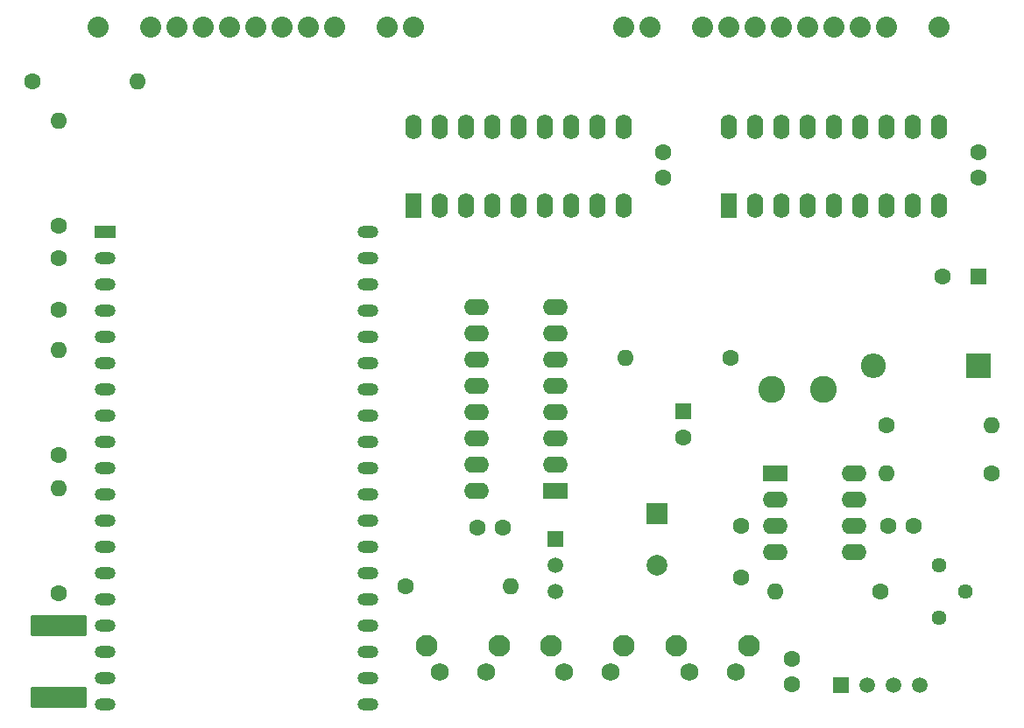
<source format=gbr>
%TF.GenerationSoftware,KiCad,Pcbnew,7.0.2*%
%TF.CreationDate,2023-09-30T04:37:45+09:00*%
%TF.ProjectId,VFD_NTP_CLOCK_V2.0,5646445f-4e54-4505-9f43-4c4f434b5f56,rev?*%
%TF.SameCoordinates,PX5e78920PY6f7ffe8*%
%TF.FileFunction,Soldermask,Top*%
%TF.FilePolarity,Negative*%
%FSLAX46Y46*%
G04 Gerber Fmt 4.6, Leading zero omitted, Abs format (unit mm)*
G04 Created by KiCad (PCBNEW 7.0.2) date 2023-09-30 04:37:45*
%MOMM*%
%LPD*%
G01*
G04 APERTURE LIST*
G04 Aperture macros list*
%AMRoundRect*
0 Rectangle with rounded corners*
0 $1 Rounding radius*
0 $2 $3 $4 $5 $6 $7 $8 $9 X,Y pos of 4 corners*
0 Add a 4 corners polygon primitive as box body*
4,1,4,$2,$3,$4,$5,$6,$7,$8,$9,$2,$3,0*
0 Add four circle primitives for the rounded corners*
1,1,$1+$1,$2,$3*
1,1,$1+$1,$4,$5*
1,1,$1+$1,$6,$7*
1,1,$1+$1,$8,$9*
0 Add four rect primitives between the rounded corners*
20,1,$1+$1,$2,$3,$4,$5,0*
20,1,$1+$1,$4,$5,$6,$7,0*
20,1,$1+$1,$6,$7,$8,$9,0*
20,1,$1+$1,$8,$9,$2,$3,0*%
G04 Aperture macros list end*
%ADD10C,1.600000*%
%ADD11O,1.600000X1.600000*%
%ADD12C,1.440000*%
%ADD13R,1.600000X1.600000*%
%ADD14C,2.032000*%
%ADD15R,1.600000X2.400000*%
%ADD16O,1.600000X2.400000*%
%ADD17C,2.600000*%
%ADD18C,2.100000*%
%ADD19C,1.750000*%
%ADD20R,2.400000X1.600000*%
%ADD21O,2.400000X1.600000*%
%ADD22R,1.500000X1.500000*%
%ADD23C,1.500000*%
%ADD24R,2.400000X2.400000*%
%ADD25O,2.400000X2.400000*%
%ADD26R,2.000000X1.200000*%
%ADD27O,2.000000X1.200000*%
%ADD28RoundRect,0.250001X-2.474999X0.799999X-2.474999X-0.799999X2.474999X-0.799999X2.474999X0.799999X0*%
%ADD29R,2.000000X2.000000*%
%ADD30C,2.000000*%
G04 APERTURE END LIST*
D10*
%TO.C,R9*%
X69977000Y35509200D03*
D11*
X59817000Y35509200D03*
%TD*%
D10*
%TO.C,R2*%
X38608000Y13411200D03*
D11*
X48768000Y13411200D03*
%TD*%
D10*
%TO.C,C8*%
X93980000Y52948200D03*
X93980000Y55448200D03*
%TD*%
D12*
%TO.C,RV1*%
X90170000Y10363200D03*
X92710000Y12903200D03*
X90170000Y15443200D03*
%TD*%
D13*
%TO.C,C9*%
X93980000Y43383200D03*
D10*
X90480000Y43383200D03*
%TD*%
D14*
%TO.C,U5*%
X90170000Y67486200D03*
X85090000Y67486200D03*
X82550000Y67486200D03*
X80010000Y67486200D03*
X77470000Y67486200D03*
X74930000Y67486200D03*
X72390000Y67486200D03*
X69850000Y67486200D03*
X67310000Y67486200D03*
X62230000Y67486200D03*
X59690000Y67486200D03*
X39370000Y67486200D03*
X36830000Y67486200D03*
X31750000Y67486200D03*
X29210000Y67486200D03*
X26670000Y67486200D03*
X24130000Y67486200D03*
X21590000Y67486200D03*
X19050000Y67486200D03*
X16510000Y67486200D03*
X13970000Y67486200D03*
X8890000Y67486200D03*
%TD*%
D15*
%TO.C,U4*%
X39370000Y50241200D03*
D16*
X41910000Y50241200D03*
X44450000Y50241200D03*
X46990000Y50241200D03*
X49530000Y50241200D03*
X52070000Y50241200D03*
X54610000Y50241200D03*
X57150000Y50241200D03*
X59690000Y50241200D03*
X59690000Y57861200D03*
X57150000Y57861200D03*
X54610000Y57861200D03*
X52070000Y57861200D03*
X49530000Y57861200D03*
X46990000Y57861200D03*
X44450000Y57861200D03*
X41910000Y57861200D03*
X39370000Y57861200D03*
%TD*%
D10*
%TO.C,R4*%
X84455000Y12903200D03*
D11*
X74295000Y12903200D03*
%TD*%
D10*
%TO.C,C7*%
X63500000Y52948200D03*
X63500000Y55448200D03*
%TD*%
%TO.C,R5*%
X2540000Y62306200D03*
D11*
X12700000Y62306200D03*
%TD*%
D17*
%TO.C,L1*%
X73994000Y32461200D03*
X78994000Y32461200D03*
%TD*%
D15*
%TO.C,U6*%
X69850000Y50241200D03*
D16*
X72390000Y50241200D03*
X74930000Y50241200D03*
X77470000Y50241200D03*
X80010000Y50241200D03*
X82550000Y50241200D03*
X85090000Y50241200D03*
X87630000Y50241200D03*
X90170000Y50241200D03*
X90170000Y57861200D03*
X87630000Y57861200D03*
X85090000Y57861200D03*
X82550000Y57861200D03*
X80010000Y57861200D03*
X77470000Y57861200D03*
X74930000Y57861200D03*
X72390000Y57861200D03*
X69850000Y57861200D03*
%TD*%
D18*
%TO.C,SW3*%
X71735000Y7646200D03*
X64725000Y7646200D03*
D19*
X70485000Y5156200D03*
X65985000Y5156200D03*
%TD*%
D18*
%TO.C,SW1*%
X47605000Y7646200D03*
X40595000Y7646200D03*
D19*
X46355000Y5156200D03*
X41855000Y5156200D03*
%TD*%
D10*
%TO.C,R7*%
X5080000Y26111200D03*
D11*
X5080000Y36271200D03*
%TD*%
D13*
%TO.C,C1*%
X65405000Y30341579D03*
D10*
X65405000Y27841579D03*
%TD*%
%TO.C,C5*%
X75946000Y3906200D03*
X75946000Y6406200D03*
%TD*%
D20*
%TO.C,U1*%
X74295000Y24333200D03*
D21*
X74295000Y21793200D03*
X74295000Y19253200D03*
X74295000Y16713200D03*
X81915000Y16713200D03*
X81915000Y19253200D03*
X81915000Y21793200D03*
X81915000Y24333200D03*
%TD*%
D10*
%TO.C,C4*%
X85217000Y19253200D03*
X87717000Y19253200D03*
%TD*%
D20*
%TO.C,U3*%
X53086000Y22682200D03*
D21*
X53086000Y25222200D03*
X53086000Y27762200D03*
X53086000Y30302200D03*
X53086000Y32842200D03*
X53086000Y35382200D03*
X53086000Y37922200D03*
X53086000Y40462200D03*
X45466000Y40462200D03*
X45466000Y37922200D03*
X45466000Y35382200D03*
X45466000Y32842200D03*
X45466000Y30302200D03*
X45466000Y27762200D03*
X45466000Y25222200D03*
X45466000Y22682200D03*
%TD*%
D10*
%TO.C,R6*%
X5080000Y48336200D03*
D11*
X5080000Y58496200D03*
%TD*%
D22*
%TO.C,Q1*%
X53086000Y17983200D03*
D23*
X53086000Y15443200D03*
X53086000Y12903200D03*
%TD*%
D10*
%TO.C,C6*%
X70993000Y19253200D03*
X70993000Y14253200D03*
%TD*%
D24*
%TO.C,D1*%
X93980000Y34747200D03*
D25*
X83820000Y34747200D03*
%TD*%
D26*
%TO.C,U2*%
X9525000Y47701200D03*
D27*
X9525000Y45161200D03*
X9525000Y42621200D03*
X9525000Y40081200D03*
X9525000Y37541200D03*
X9525000Y35001200D03*
X9525000Y32461200D03*
X9525000Y29921200D03*
X9525000Y27381200D03*
X9525000Y24841200D03*
X9525000Y22301200D03*
X9525000Y19761200D03*
X9525000Y17221200D03*
X9525000Y14681200D03*
X9525000Y12141200D03*
X9525000Y9601200D03*
X9525000Y7061200D03*
X9525000Y4521200D03*
X9525000Y1981200D03*
X34921320Y1983920D03*
X34921320Y4523920D03*
X34925000Y7061200D03*
X34925000Y9601200D03*
X34925000Y12141200D03*
X34925000Y14681200D03*
X34925000Y17221200D03*
X34925000Y19761200D03*
X34925000Y22301200D03*
X34925000Y24841200D03*
X34925000Y27381200D03*
X34925000Y29921200D03*
X34925000Y32461200D03*
X34925000Y35001200D03*
X34925000Y37541200D03*
X34925000Y40081200D03*
X34925000Y42621200D03*
X34925000Y45161200D03*
X34925000Y47701200D03*
%TD*%
D22*
%TO.C,U7*%
X80645000Y3886200D03*
D23*
X83185000Y3886200D03*
X85725000Y3886200D03*
X88265000Y3886200D03*
%TD*%
D28*
%TO.C,F1*%
X5080000Y9601200D03*
X5080000Y2651200D03*
%TD*%
D10*
%TO.C,C3*%
X5080000Y45161200D03*
X5080000Y40161200D03*
%TD*%
D29*
%TO.C,LS1*%
X62865000Y20443200D03*
D30*
X62865000Y15443200D03*
%TD*%
D10*
%TO.C,R1*%
X95250000Y24333200D03*
D11*
X85090000Y24333200D03*
%TD*%
D18*
%TO.C,SW2*%
X59670000Y7646200D03*
X52660000Y7646200D03*
D19*
X58420000Y5156200D03*
X53920000Y5156200D03*
%TD*%
D10*
%TO.C,R3*%
X85090000Y29032200D03*
D11*
X95250000Y29032200D03*
%TD*%
D10*
%TO.C,C2*%
X45486000Y19126200D03*
X47986000Y19126200D03*
%TD*%
%TO.C,R8*%
X5080000Y12776200D03*
D11*
X5080000Y22936200D03*
%TD*%
M02*

</source>
